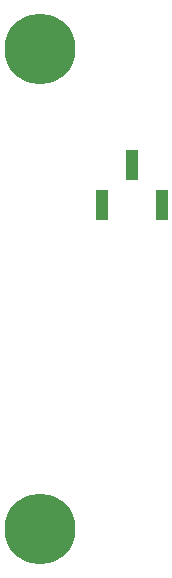
<source format=gbr>
%TF.GenerationSoftware,KiCad,Pcbnew,6.0.11+dfsg-1~bpo11+1*%
%TF.CreationDate,2023-04-12T09:04:15+00:00*%
%TF.ProjectId,PINHOLDER01,50494e48-4f4c-4444-9552-30312e6b6963,01A*%
%TF.SameCoordinates,Original*%
%TF.FileFunction,Soldermask,Bot*%
%TF.FilePolarity,Negative*%
%FSLAX46Y46*%
G04 Gerber Fmt 4.6, Leading zero omitted, Abs format (unit mm)*
G04 Created by KiCad (PCBNEW 6.0.11+dfsg-1~bpo11+1) date 2023-04-12 09:04:15*
%MOMM*%
%LPD*%
G01*
G04 APERTURE LIST*
%ADD10C,6.000000*%
%ADD11R,1.000000X2.510000*%
G04 APERTURE END LIST*
D10*
%TO.C,M3*%
X114175179Y-70341146D03*
%TD*%
%TO.C,M4*%
X114175179Y-110981146D03*
%TD*%
D11*
%TO.C,J1*%
X124540000Y-83525000D03*
X122000000Y-80215000D03*
X119460000Y-83525000D03*
%TD*%
M02*

</source>
